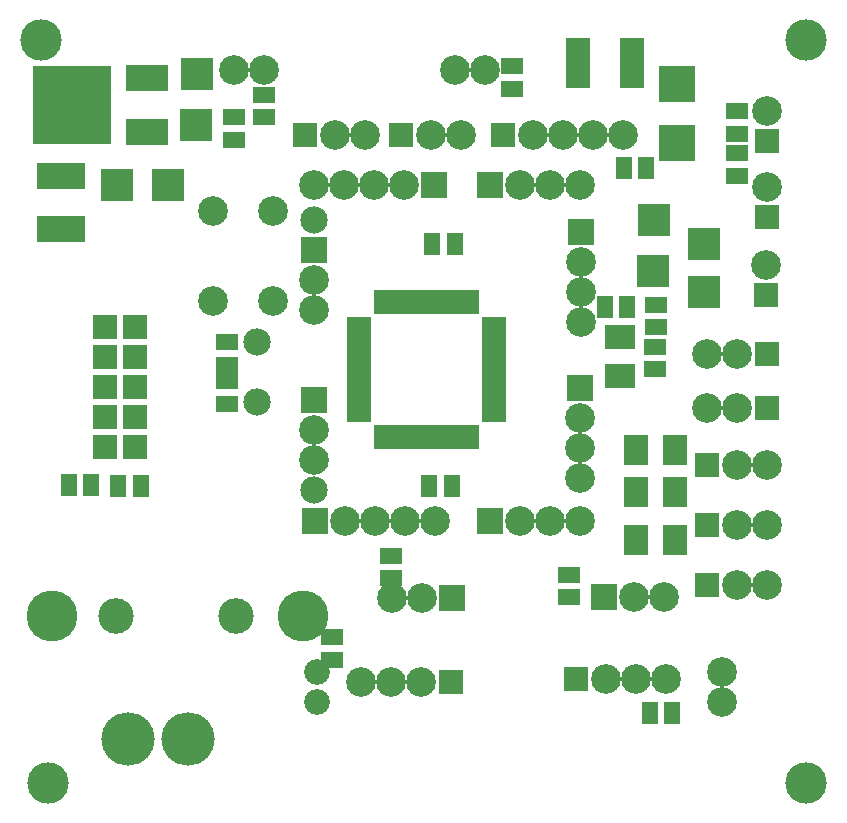
<source format=gts>
G04 (created by PCBNEW-RS274X (2011-07-08 BZR 3044)-stable) date 2012-10-20 13:40:46*
G01*
G70*
G90*
%MOIN*%
G04 Gerber Fmt 3.4, Leading zero omitted, Abs format*
%FSLAX34Y34*%
G04 APERTURE LIST*
%ADD10C,0.006000*%
%ADD11R,0.090000X0.090000*%
%ADD12C,0.098700*%
%ADD13R,0.106600X0.106600*%
%ADD14R,0.160000X0.090000*%
%ADD15R,0.140000X0.085000*%
%ADD16R,0.260000X0.260000*%
%ADD17O,0.177500X0.177500*%
%ADD18R,0.090900X0.090900*%
%ADD19R,0.036000X0.080000*%
%ADD20R,0.080000X0.036000*%
%ADD21R,0.075000X0.055000*%
%ADD22R,0.055000X0.075000*%
%ADD23R,0.100000X0.080000*%
%ADD24R,0.080000X0.080000*%
%ADD25R,0.079100X0.079100*%
%ADD26C,0.090900*%
%ADD27C,0.138100*%
%ADD28C,0.086000*%
%ADD29C,0.170000*%
%ADD30C,0.118400*%
%ADD31R,0.079100X0.170000*%
%ADD32R,0.080000X0.100000*%
%ADD33R,0.118400X0.120400*%
G04 APERTURE END LIST*
G54D10*
G54D11*
X39255Y-34315D03*
G54D12*
X41255Y-34315D03*
X40255Y-34315D03*
G54D11*
X34210Y-34350D03*
G54D12*
X32210Y-34350D03*
X33210Y-34350D03*
G54D13*
X23050Y-20570D03*
X24750Y-20570D03*
G54D14*
X21160Y-22040D03*
X21160Y-20290D03*
G54D15*
X24030Y-18810D03*
G54D16*
X21530Y-17910D03*
G54D15*
X24030Y-17010D03*
G54D17*
X23404Y-39034D03*
X25404Y-39034D03*
G54D18*
X29618Y-27760D03*
G54D12*
X29618Y-28760D03*
X29618Y-29760D03*
G54D19*
X33360Y-24470D03*
X33045Y-24470D03*
X32730Y-24470D03*
X32415Y-24470D03*
X32100Y-24470D03*
X31785Y-24470D03*
X33675Y-24470D03*
X33990Y-24470D03*
X34305Y-24470D03*
X34620Y-24470D03*
X34935Y-24470D03*
X33360Y-28970D03*
X33045Y-28970D03*
X32730Y-28970D03*
X32415Y-28970D03*
X32100Y-28970D03*
X31785Y-28970D03*
X33675Y-28970D03*
X33990Y-28970D03*
X34305Y-28970D03*
X34620Y-28970D03*
X34935Y-28970D03*
G54D20*
X31110Y-26720D03*
X35610Y-26720D03*
X31110Y-27035D03*
X35610Y-27035D03*
X35610Y-27350D03*
X31110Y-27350D03*
X31110Y-27665D03*
X35610Y-27665D03*
X35610Y-27980D03*
X31110Y-27980D03*
X31110Y-28295D03*
X35610Y-28295D03*
X35610Y-26405D03*
X31110Y-26405D03*
X31110Y-26090D03*
X35610Y-26090D03*
X35610Y-25775D03*
X31110Y-25775D03*
X31110Y-25460D03*
X35610Y-25460D03*
X35610Y-25145D03*
X31110Y-25145D03*
G54D12*
X26242Y-24452D03*
X28242Y-24452D03*
X26242Y-21452D03*
X28242Y-21452D03*
G54D21*
X26700Y-25825D03*
X26700Y-26575D03*
X26700Y-27875D03*
X26700Y-27125D03*
X40994Y-25325D03*
X40994Y-24575D03*
G54D22*
X21435Y-30590D03*
X22185Y-30590D03*
G54D21*
X40984Y-25975D03*
X40984Y-26725D03*
G54D22*
X23085Y-30610D03*
X23835Y-30610D03*
G54D23*
X39814Y-25630D03*
X39814Y-26930D03*
G54D24*
X22638Y-29296D03*
G54D25*
X23638Y-29296D03*
X22638Y-28296D03*
X23638Y-28296D03*
X22638Y-27296D03*
X23638Y-27296D03*
X22638Y-26296D03*
X23638Y-26296D03*
X22638Y-25296D03*
X23638Y-25296D03*
G54D22*
X39925Y-20000D03*
X40675Y-20000D03*
X34193Y-30604D03*
X33443Y-30604D03*
X33549Y-22540D03*
X34299Y-22540D03*
G54D18*
X35480Y-31780D03*
G54D12*
X36480Y-31780D03*
X37480Y-31780D03*
X38480Y-31780D03*
G54D18*
X38494Y-22154D03*
G54D12*
X38494Y-23154D03*
X38494Y-24154D03*
X38494Y-25154D03*
G54D18*
X38466Y-27348D03*
G54D12*
X38466Y-28348D03*
X38466Y-29348D03*
X38466Y-30348D03*
G54D18*
X33612Y-20594D03*
G54D12*
X32612Y-20594D03*
X31612Y-20594D03*
X30612Y-20594D03*
X29612Y-20594D03*
G54D18*
X29624Y-31780D03*
G54D12*
X30624Y-31780D03*
X31624Y-31780D03*
X32624Y-31780D03*
X33624Y-31780D03*
G54D18*
X35486Y-20594D03*
G54D12*
X36486Y-20594D03*
X37486Y-20594D03*
X38486Y-20594D03*
G54D26*
X27700Y-25800D03*
X27700Y-27800D03*
G54D18*
X29618Y-22728D03*
G54D12*
X29618Y-23728D03*
X29618Y-24728D03*
G54D21*
X32182Y-32935D03*
X32182Y-33685D03*
X38110Y-34315D03*
X38110Y-33565D03*
G54D22*
X40045Y-24640D03*
X39295Y-24640D03*
G54D21*
X43700Y-19525D03*
X43700Y-20275D03*
G54D27*
X20750Y-40500D03*
X46000Y-15750D03*
X46000Y-40500D03*
X20500Y-15750D03*
G54D24*
X38330Y-37030D03*
G54D12*
X39330Y-37030D03*
X40330Y-37030D03*
X41330Y-37030D03*
G54D24*
X34180Y-37140D03*
G54D12*
X33180Y-37140D03*
X32180Y-37140D03*
X31180Y-37140D03*
G54D24*
X42700Y-29900D03*
G54D12*
X43700Y-29900D03*
X44700Y-29900D03*
G54D24*
X42700Y-31900D03*
G54D12*
X43700Y-31900D03*
X44700Y-31900D03*
G54D24*
X42700Y-33900D03*
G54D12*
X43700Y-33900D03*
X44700Y-33900D03*
G54D24*
X32500Y-18900D03*
G54D12*
X33500Y-18900D03*
X34500Y-18900D03*
G54D24*
X29300Y-18900D03*
G54D12*
X30300Y-18900D03*
X31300Y-18900D03*
G54D24*
X44700Y-26200D03*
G54D12*
X43700Y-26200D03*
X42700Y-26200D03*
G54D24*
X44700Y-28000D03*
G54D12*
X43700Y-28000D03*
X42700Y-28000D03*
G54D24*
X44690Y-21660D03*
G54D12*
X44690Y-20660D03*
G54D24*
X44680Y-24230D03*
G54D12*
X44680Y-23230D03*
G54D21*
X36200Y-17375D03*
X36200Y-16625D03*
G54D22*
X41543Y-38170D03*
X40793Y-38170D03*
G54D21*
X30200Y-36395D03*
X30200Y-35645D03*
G54D12*
X43200Y-36800D03*
X43200Y-37800D03*
G54D28*
X29700Y-37800D03*
X29700Y-36800D03*
G54D29*
X20860Y-34930D03*
G54D30*
X23020Y-34940D03*
X27020Y-34940D03*
G54D29*
X29250Y-34940D03*
G54D31*
X38400Y-16500D03*
X40200Y-16500D03*
G54D21*
X26930Y-18325D03*
X26930Y-19075D03*
X27922Y-17561D03*
X27922Y-18311D03*
G54D13*
X40936Y-21748D03*
X40916Y-23428D03*
X42590Y-24160D03*
X42600Y-22530D03*
X25682Y-18590D03*
X25712Y-16870D03*
G54D26*
X29618Y-30758D03*
X29618Y-21728D03*
G54D12*
X35290Y-16760D03*
X34290Y-16760D03*
X27928Y-16750D03*
X26928Y-16750D03*
G54D32*
X40350Y-32400D03*
X41650Y-32400D03*
X40350Y-30800D03*
X41650Y-30800D03*
X40350Y-29400D03*
X41650Y-29400D03*
G54D21*
X43700Y-18875D03*
X43700Y-18125D03*
G54D24*
X35900Y-18900D03*
G54D12*
X36900Y-18900D03*
X37900Y-18900D03*
X38900Y-18900D03*
X39900Y-18900D03*
G54D24*
X44700Y-19100D03*
G54D12*
X44700Y-18100D03*
G54D33*
X41700Y-17206D03*
X41700Y-19194D03*
M02*

</source>
